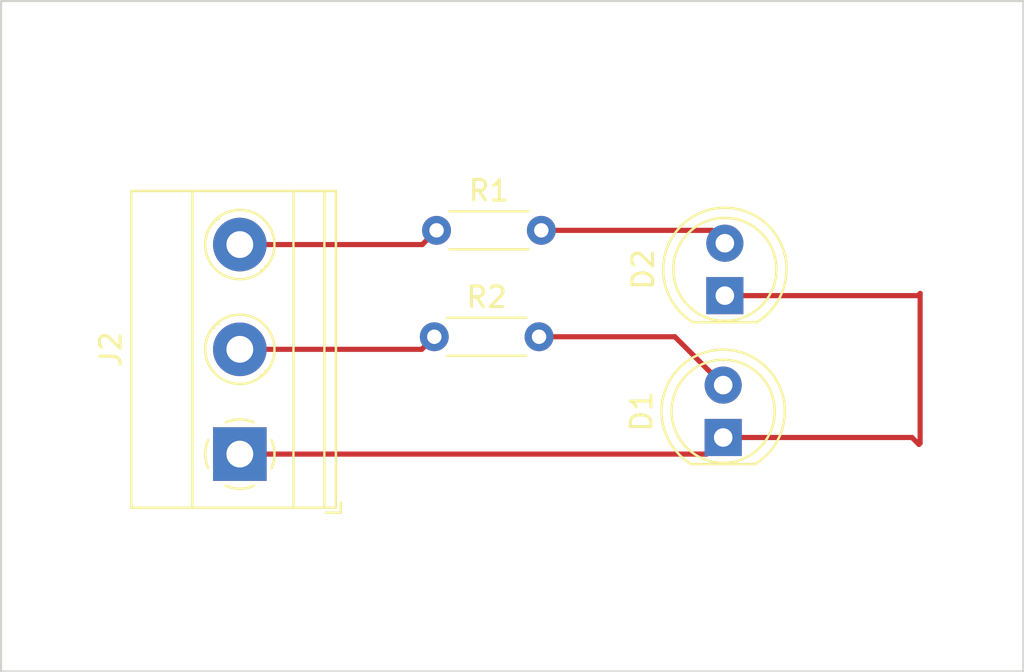
<source format=kicad_pcb>
(kicad_pcb (version 20221018) (generator pcbnew)
  (layers (0 "F.Cu" signal) (31 "B.Cu" signal) (34 "B.Paste" user) (35 "F.Paste" user) (36 "B.SilkS" user "B.Silkscreen") (37 "F.SilkS" user "F.Silkscreen") (38 "B.Mask" user) (39 "F.Mask" user) (44 "Edge.Cuts" user))
  (net 0 "")
  (net 1 "Net-(D1-K)")
  (net 2 "Net-(D1-A)")
  (net 3 "Net-(D2-A)")
  (net 4 "Net-(J2-Pin_3)")
  (net 5 "Net-(J2-Pin_2)")
  (footprint "Resistor_THT:R_Axial_DIN0204_L3.6mm_D1.6mm_P5.08mm_Horizontal" (layer "F.Cu") (at 59.08 46)
    (fp_text reference "R2" (at 2.54 -1.92) (layer "F.SilkS"))
    (fp_text value "R")
    (fp_line (start 0.62 -0.92) (end 4.46 -0.92) (stroke (width 0.12)) (layer "F.SilkS"))
    (fp_line (start 0.62 0.92) (end 4.46 0.92) (stroke (width 0.12)) (layer "F.SilkS"))
    (pad "1" thru_hole circle (at 0 0) (size 1.4 1.4) (drill 0.7) (layers "*.Cu" "*.Mask") (net 5 "Net-(J2-Pin_2)"))
    (pad "2" thru_hole oval (at 5.08 0) (size 1.4 1.4) (drill 0.7) (layers "*.Cu" "*.Mask") (net 2 "Net-(D1-A)"))
  )
  (footprint "Resistor_THT:R_Axial_DIN0204_L3.6mm_D1.6mm_P5.08mm_Horizontal" (layer "F.Cu") (at 59.19 40.84)
    (fp_text reference "R1" (at 2.54 -1.92) (layer "F.SilkS"))
    (fp_text value "R")
    (fp_line (start 0.62 -0.92) (end 4.46 -0.92) (stroke (width 0.12)) (layer "F.SilkS"))
    (fp_line (start 0.62 0.92) (end 4.46 0.92) (stroke (width 0.12)) (layer "F.SilkS"))
    (pad "1" thru_hole circle (at 0 0) (size 1.4 1.4) (drill 0.7) (layers "*.Cu" "*.Mask") (net 4 "Net-(J2-Pin_3)"))
    (pad "2" thru_hole oval (at 5.08 0) (size 1.4 1.4) (drill 0.7) (layers "*.Cu" "*.Mask") (net 3 "Net-(D2-A)"))
  )
  (footprint "TerminalBlock_Phoenix:TerminalBlock_Phoenix_MKDS-1,5-3-5.08_1x03_P5.08mm_Horizontal" (layer "F.Cu") (at 49.65 51.69 90)
    (fp_text reference "J2" (at 5.08 -6.26 90) (layer "F.SilkS"))
    (fp_text value "Screw_Terminal_01x03")
    (fp_line (start -2.84 4.16) (end -2.84 4.9) (stroke (width 0.12)) (layer "F.SilkS"))
    (fp_line (start -2.84 4.9) (end -2.34 4.9) (stroke (width 0.12)) (layer "F.SilkS"))
    (fp_line (start -2.6 -5.261) (end -2.6 4.66) (stroke (width 0.12)) (layer "F.SilkS"))
    (fp_line (start -2.6 -5.261) (end 12.76 -5.261) (stroke (width 0.12)) (layer "F.SilkS"))
    (fp_line (start -2.6 -2.301) (end 12.76 -2.301) (stroke (width 0.12)) (layer "F.SilkS"))
    (fp_line (start -2.6 2.6) (end 12.76 2.6) (stroke (width 0.12)) (layer "F.SilkS"))
    (fp_line (start -2.6 4.1) (end 12.76 4.1) (stroke (width 0.12)) (layer "F.SilkS"))
    (fp_line (start -2.6 4.66) (end 12.76 4.66) (stroke (width 0.12)) (layer "F.SilkS"))
    (fp_line (start 3.853 1.023) (end 3.806 1.069) (stroke (width 0.12)) (layer "F.SilkS"))
    (fp_line (start 4.046 1.239) (end 4.011 1.274) (stroke (width 0.12)) (layer "F.SilkS"))
    (fp_line (start 6.15 -1.275) (end 6.115 -1.239) (stroke (width 0.12)) (layer "F.SilkS"))
    (fp_line (start 6.355 -1.069) (end 6.308 -1.023) (stroke (width 0.12)) (layer "F.SilkS"))
    (fp_line (start 8.933 1.023) (end 8.886 1.069) (stroke (width 0.12)) (layer "F.SilkS"))
    (fp_line (start 9.126 1.239) (end 9.091 1.274) (stroke (width 0.12)) (layer "F.SilkS"))
    (fp_line (start 11.23 -1.275) (end 11.195 -1.239) (stroke (width 0.12)) (layer "F.SilkS"))
    (fp_line (start 11.435 -1.069) (end 11.388 -1.023) (stroke (width 0.12)) (layer "F.SilkS"))
    (fp_line (start 12.76 -5.261) (end 12.76 4.66) (stroke (width 0.12)) (layer "F.SilkS"))
    (fp_arc (start -1.535427 0.683042) (mid -1.680501 -0.000524) (end -1.535 -0.684) (stroke (width 0.12)) (layer "F.SilkS"))
    (fp_arc (start -0.683042 -1.535427) (mid 0.000524 -1.680501) (end 0.684 -1.535) (stroke (width 0.12)) (layer "F.SilkS"))
    (fp_arc (start 0.028805 1.680253) (mid -0.335551 1.646659) (end -0.684 1.535) (stroke (width 0.12)) (layer "F.SilkS"))
    (fp_arc (start 0.683318 1.534756) (mid 0.349292 1.643288) (end 0 1.68) (stroke (width 0.12)) (layer "F.SilkS"))
    (fp_arc (start 1.535427 -0.683042) (mid 1.680501 0.000524) (end 1.535 0.684) (stroke (width 0.12)) (layer "F.SilkS"))
    (fp_circle (center 5.08 0) (end 6.76 0) (stroke (width 0.12)) (fill none) (layer "F.SilkS"))
    (fp_circle (center 10.16 0) (end 11.84 0) (stroke (width 0.12)) (fill none) (layer "F.SilkS"))
    (pad "1" thru_hole rect (at 0 0 90) (size 2.6 2.6) (drill 1.3) (layers "*.Cu" "*.Mask") (net 1 "Net-(D1-K)"))
    (pad "2" thru_hole circle (at 5.08 0 90) (size 2.6 2.6) (drill 1.3) (layers "*.Cu" "*.Mask") (net 5 "Net-(J2-Pin_2)"))
    (pad "3" thru_hole circle (at 10.16 0 90) (size 2.6 2.6) (drill 1.3) (layers "*.Cu" "*.Mask") (net 4 "Net-(J2-Pin_3)"))
  )
  (footprint "LED_THT:LED_D5.0mm" (layer "F.Cu") (at 73.17 44.005 90)
    (fp_text reference "D2" (at 1.27 -3.96 90) (layer "F.SilkS"))
    (fp_text value "LED")
    (fp_line (start -1.29 -1.545) (end -1.29 1.545) (stroke (width 0.12)) (layer "F.SilkS"))
    (fp_arc (start -1.29 -1.54483) (mid 2.072002 -2.880433) (end 4.26 0.000462) (stroke (width 0.12)) (layer "F.SilkS"))
    (fp_arc (start 4.26 -0.000462) (mid 2.072002 2.880433) (end -1.29 1.54483) (stroke (width 0.12)) (layer "F.SilkS"))
    (fp_circle (center 1.27 0) (end 3.77 0) (stroke (width 0.12)) (fill none) (layer "F.SilkS"))
    (pad "1" thru_hole rect (at 0 0 90) (size 1.8 1.8) (drill 0.9) (layers "*.Cu" "*.Mask") (net 1 "Net-(D1-K)"))
    (pad "2" thru_hole circle (at 2.54 0 90) (size 1.8 1.8) (drill 0.9) (layers "*.Cu" "*.Mask") (net 3 "Net-(D2-A)"))
  )
  (footprint "LED_THT:LED_D5.0mm" (layer "F.Cu") (at 73.09 50.885 90)
    (fp_text reference "D1" (at 1.27 -3.96 90) (layer "F.SilkS"))
    (fp_text value "LED")
    (fp_line (start -1.29 -1.545) (end -1.29 1.545) (stroke (width 0.12)) (layer "F.SilkS"))
    (fp_arc (start -1.29 -1.54483) (mid 2.072002 -2.880433) (end 4.26 0.000462) (stroke (width 0.12)) (layer "F.SilkS"))
    (fp_arc (start 4.26 -0.000462) (mid 2.072002 2.880433) (end -1.29 1.54483) (stroke (width 0.12)) (layer "F.SilkS"))
    (fp_circle (center 1.27 0) (end 3.77 0) (stroke (width 0.12)) (fill none) (layer "F.SilkS"))
    (pad "1" thru_hole rect (at 0 0 90) (size 1.8 1.8) (drill 0.9) (layers "*.Cu" "*.Mask") (net 1 "Net-(D1-K)"))
    (pad "2" thru_hole circle (at 2.54 0 90) (size 1.8 1.8) (drill 0.9) (layers "*.Cu" "*.Mask") (net 2 "Net-(D1-A)"))
  )
  (gr_rect (start 38.07 29.72) (end 87.64 62.23) (stroke (width 0.1)) (fill none) (layer "Edge.Cuts"))
  (segment (start 82.64 43.9) (end 82.64 51.16) (width 0.25) (layer "F.Cu") (net 1))
  (segment (start 49.65 51.69) (end 72.285 51.69) (width 0.25) (layer "F.Cu") (net 1))
  (segment (start 82.245 50.885) (end 73.09 50.885) (width 0.25) (layer "F.Cu") (net 1))
  (segment (start 82.64 51.16) (end 82.58 51.22) (width 0.25) (layer "F.Cu") (net 1))
  (segment (start 73.17 44.005) (end 82.535 44.005) (width 0.25) (layer "F.Cu") (net 1))
  (segment (start 82.58 51.22) (end 82.245 50.885) (width 0.25) (layer "F.Cu") (net 1))
  (segment (start 82.535 44.005) (end 82.64 43.9) (width 0.25) (layer "F.Cu") (net 1))
  (segment (start 72.285 51.69) (end 73.09 50.885) (width 0.25) (layer "F.Cu") (net 1))
  (segment (start 70.745 46) (end 73.09 48.345) (width 0.25) (layer "F.Cu") (net 2))
  (segment (start 64.16 46) (end 70.745 46) (width 0.25) (layer "F.Cu") (net 2))
  (segment (start 64.27 40.84) (end 72.545 40.84) (width 0.25) (layer "F.Cu") (net 3))
  (segment (start 72.545 40.84) (end 73.17 41.465) (width 0.25) (layer "F.Cu") (net 3))
  (segment (start 58.5 41.53) (end 59.19 40.84) (width 0.25) (layer "F.Cu") (net 4))
  (segment (start 49.65 41.53) (end 58.5 41.53) (width 0.25) (layer "F.Cu") (net 4))
  (segment (start 49.65 46.61) (end 58.47 46.61) (width 0.25) (layer "F.Cu") (net 5))
  (segment (start 58.47 46.61) (end 59.08 46) (width 0.25) (layer "F.Cu") (net 5))
  (segment (start 59.19 45.89) (end 59.08 46) (width 0.25) (layer "F.Cu") (net 5))
)
</source>
